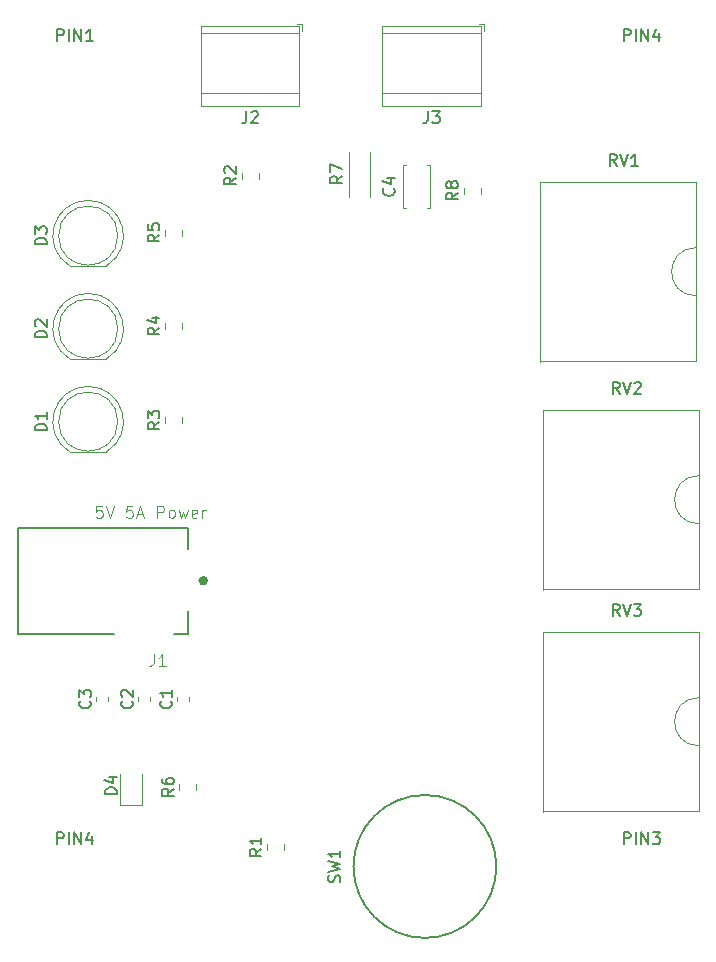
<source format=gbr>
G04 #@! TF.GenerationSoftware,KiCad,Pcbnew,(5.1.5)-3*
G04 #@! TF.CreationDate,2020-02-29T11:13:48-05:00*
G04 #@! TF.ProjectId,LED Control,4c454420-436f-46e7-9472-6f6c2e6b6963,rev?*
G04 #@! TF.SameCoordinates,Original*
G04 #@! TF.FileFunction,Legend,Top*
G04 #@! TF.FilePolarity,Positive*
%FSLAX46Y46*%
G04 Gerber Fmt 4.6, Leading zero omitted, Abs format (unit mm)*
G04 Created by KiCad (PCBNEW (5.1.5)-3) date 2020-02-29 11:13:48*
%MOMM*%
%LPD*%
G04 APERTURE LIST*
%ADD10C,0.120000*%
%ADD11C,0.127000*%
%ADD12C,0.400000*%
%ADD13C,0.200000*%
%ADD14C,0.150000*%
%ADD15C,0.050000*%
G04 APERTURE END LIST*
D10*
X145624000Y-60779000D02*
X145224000Y-60779000D01*
X145624000Y-61419000D02*
X145624000Y-60779000D01*
X137064000Y-67759000D02*
X137064000Y-61019000D01*
X145384000Y-67759000D02*
X145384000Y-61019000D01*
X145384000Y-61019000D02*
X137064000Y-61019000D01*
X145384000Y-67759000D02*
X137064000Y-67759000D01*
X145384000Y-66639000D02*
X137064000Y-66639000D01*
X145384000Y-61539000D02*
X137064000Y-61539000D01*
X130257000Y-60779000D02*
X129857000Y-60779000D01*
X130257000Y-61419000D02*
X130257000Y-60779000D01*
X121697000Y-67759000D02*
X121697000Y-61019000D01*
X130017000Y-67759000D02*
X130017000Y-61019000D01*
X130017000Y-61019000D02*
X121697000Y-61019000D01*
X130017000Y-67759000D02*
X121697000Y-67759000D01*
X130017000Y-66639000D02*
X121697000Y-66639000D01*
X130017000Y-61539000D02*
X121697000Y-61539000D01*
X136048000Y-75453000D02*
X136048000Y-71613000D01*
X134208000Y-75453000D02*
X134208000Y-71613000D01*
X120715500Y-118145779D02*
X120715500Y-117820221D01*
X119695500Y-118145779D02*
X119695500Y-117820221D01*
X117413500Y-118145779D02*
X117413500Y-117820221D01*
X116393500Y-118145779D02*
X116393500Y-117820221D01*
X112837500Y-118145779D02*
X112837500Y-117820221D01*
X113857500Y-118145779D02*
X113857500Y-117820221D01*
X138770500Y-76389000D02*
X138770500Y-72749000D01*
X141110500Y-76389000D02*
X141110500Y-72749000D01*
X138770500Y-76389000D02*
X139015500Y-76389000D01*
X140865500Y-76389000D02*
X141110500Y-76389000D01*
X138770500Y-72749000D02*
X139015500Y-72749000D01*
X140865500Y-72749000D02*
X141110500Y-72749000D01*
X112141462Y-91498000D02*
G75*
G03X110596170Y-97048000I-462J-2990000D01*
G01*
X112140538Y-91498000D02*
G75*
G02X113685830Y-97048000I462J-2990000D01*
G01*
X114641000Y-94488000D02*
G75*
G03X114641000Y-94488000I-2500000J0D01*
G01*
X110596000Y-97048000D02*
X113686000Y-97048000D01*
X110596000Y-89174000D02*
X113686000Y-89174000D01*
X114641000Y-86614000D02*
G75*
G03X114641000Y-86614000I-2500000J0D01*
G01*
X112140538Y-83624000D02*
G75*
G02X113685830Y-89174000I462J-2990000D01*
G01*
X112141462Y-83624000D02*
G75*
G03X110596170Y-89174000I-462J-2990000D01*
G01*
X112141462Y-75750000D02*
G75*
G03X110596170Y-81300000I-462J-2990000D01*
G01*
X112140538Y-75750000D02*
G75*
G02X113685830Y-81300000I462J-2990000D01*
G01*
X114641000Y-78740000D02*
G75*
G03X114641000Y-78740000I-2500000J0D01*
G01*
X110596000Y-81300000D02*
X113686000Y-81300000D01*
X114800500Y-124285500D02*
X114800500Y-126970500D01*
X114800500Y-126970500D02*
X116720500Y-126970500D01*
X116720500Y-126970500D02*
X116720500Y-124285500D01*
D11*
X106188000Y-112450000D02*
X106188000Y-103450000D01*
X106188000Y-103450000D02*
X120588000Y-103450000D01*
X120588000Y-112450000D02*
X119438000Y-112450000D01*
X120588000Y-103450000D02*
X120588000Y-105300000D01*
X114338000Y-112450000D02*
X106188000Y-112450000D01*
X120588000Y-110500000D02*
X120588000Y-112450000D01*
D12*
X122088000Y-107950000D02*
G75*
G03X122088000Y-107950000I-200000J0D01*
G01*
D10*
X127306000Y-130751078D02*
X127306000Y-130233922D01*
X128726000Y-130751078D02*
X128726000Y-130233922D01*
X126567000Y-73918578D02*
X126567000Y-73401422D01*
X125147000Y-73918578D02*
X125147000Y-73401422D01*
X120090000Y-94619578D02*
X120090000Y-94102422D01*
X118670000Y-94619578D02*
X118670000Y-94102422D01*
X120090000Y-86618578D02*
X120090000Y-86101422D01*
X118670000Y-86618578D02*
X118670000Y-86101422D01*
X118670000Y-78744578D02*
X118670000Y-78227422D01*
X120090000Y-78744578D02*
X120090000Y-78227422D01*
X119876500Y-125671078D02*
X119876500Y-125153922D01*
X121296500Y-125671078D02*
X121296500Y-125153922D01*
X145363000Y-75188578D02*
X145363000Y-74671422D01*
X143943000Y-75188578D02*
X143943000Y-74671422D01*
X163576000Y-83820000D02*
G75*
G02X163576000Y-79756000I0J2032000D01*
G01*
X163580000Y-74168000D02*
X163580000Y-89388000D01*
X157480000Y-89388000D02*
X163580000Y-89388000D01*
X157480000Y-74188000D02*
X163580000Y-74168000D01*
X150380000Y-74188000D02*
X150368000Y-89408000D01*
X157480000Y-89388000D02*
X150480000Y-89388000D01*
X157480000Y-74188000D02*
X150380000Y-74188000D01*
X157734000Y-93492000D02*
X150634000Y-93492000D01*
X157734000Y-108692000D02*
X150734000Y-108692000D01*
X150634000Y-93492000D02*
X150622000Y-108712000D01*
X157734000Y-93492000D02*
X163834000Y-93472000D01*
X157734000Y-108692000D02*
X163834000Y-108692000D01*
X163834000Y-93472000D02*
X163834000Y-108692000D01*
X163830000Y-103124000D02*
G75*
G02X163830000Y-99060000I0J2032000D01*
G01*
X157734000Y-112288000D02*
X150634000Y-112288000D01*
X157734000Y-127488000D02*
X150734000Y-127488000D01*
X150634000Y-112288000D02*
X150622000Y-127508000D01*
X157734000Y-112288000D02*
X163834000Y-112268000D01*
X157734000Y-127488000D02*
X163834000Y-127488000D01*
X163834000Y-112268000D02*
X163834000Y-127488000D01*
X163830000Y-121920000D02*
G75*
G02X163830000Y-117856000I0J2032000D01*
G01*
D13*
X146702500Y-132143500D02*
G75*
G03X146702500Y-132143500I-6050000J0D01*
G01*
D14*
X140890666Y-68211380D02*
X140890666Y-68925666D01*
X140843047Y-69068523D01*
X140747809Y-69163761D01*
X140604952Y-69211380D01*
X140509714Y-69211380D01*
X141271619Y-68211380D02*
X141890666Y-68211380D01*
X141557333Y-68592333D01*
X141700190Y-68592333D01*
X141795428Y-68639952D01*
X141843047Y-68687571D01*
X141890666Y-68782809D01*
X141890666Y-69020904D01*
X141843047Y-69116142D01*
X141795428Y-69163761D01*
X141700190Y-69211380D01*
X141414476Y-69211380D01*
X141319238Y-69163761D01*
X141271619Y-69116142D01*
X125523666Y-68211380D02*
X125523666Y-68925666D01*
X125476047Y-69068523D01*
X125380809Y-69163761D01*
X125237952Y-69211380D01*
X125142714Y-69211380D01*
X125952238Y-68306619D02*
X125999857Y-68259000D01*
X126095095Y-68211380D01*
X126333190Y-68211380D01*
X126428428Y-68259000D01*
X126476047Y-68306619D01*
X126523666Y-68401857D01*
X126523666Y-68497095D01*
X126476047Y-68639952D01*
X125904619Y-69211380D01*
X126523666Y-69211380D01*
X157500000Y-62252380D02*
X157500000Y-61252380D01*
X157880952Y-61252380D01*
X157976190Y-61300000D01*
X158023809Y-61347619D01*
X158071428Y-61442857D01*
X158071428Y-61585714D01*
X158023809Y-61680952D01*
X157976190Y-61728571D01*
X157880952Y-61776190D01*
X157500000Y-61776190D01*
X158500000Y-62252380D02*
X158500000Y-61252380D01*
X158976190Y-62252380D02*
X158976190Y-61252380D01*
X159547619Y-62252380D01*
X159547619Y-61252380D01*
X160452380Y-61585714D02*
X160452380Y-62252380D01*
X160214285Y-61204761D02*
X159976190Y-61919047D01*
X160595238Y-61919047D01*
X157500000Y-130252380D02*
X157500000Y-129252380D01*
X157880952Y-129252380D01*
X157976190Y-129300000D01*
X158023809Y-129347619D01*
X158071428Y-129442857D01*
X158071428Y-129585714D01*
X158023809Y-129680952D01*
X157976190Y-129728571D01*
X157880952Y-129776190D01*
X157500000Y-129776190D01*
X158500000Y-130252380D02*
X158500000Y-129252380D01*
X158976190Y-130252380D02*
X158976190Y-129252380D01*
X159547619Y-130252380D01*
X159547619Y-129252380D01*
X159928571Y-129252380D02*
X160547619Y-129252380D01*
X160214285Y-129633333D01*
X160357142Y-129633333D01*
X160452380Y-129680952D01*
X160500000Y-129728571D01*
X160547619Y-129823809D01*
X160547619Y-130061904D01*
X160500000Y-130157142D01*
X160452380Y-130204761D01*
X160357142Y-130252380D01*
X160071428Y-130252380D01*
X159976190Y-130204761D01*
X159928571Y-130157142D01*
X109500000Y-130252380D02*
X109500000Y-129252380D01*
X109880952Y-129252380D01*
X109976190Y-129300000D01*
X110023809Y-129347619D01*
X110071428Y-129442857D01*
X110071428Y-129585714D01*
X110023809Y-129680952D01*
X109976190Y-129728571D01*
X109880952Y-129776190D01*
X109500000Y-129776190D01*
X110500000Y-130252380D02*
X110500000Y-129252380D01*
X110976190Y-130252380D02*
X110976190Y-129252380D01*
X111547619Y-130252380D01*
X111547619Y-129252380D01*
X112452380Y-129585714D02*
X112452380Y-130252380D01*
X112214285Y-129204761D02*
X111976190Y-129919047D01*
X112595238Y-129919047D01*
X109500000Y-62252380D02*
X109500000Y-61252380D01*
X109880952Y-61252380D01*
X109976190Y-61300000D01*
X110023809Y-61347619D01*
X110071428Y-61442857D01*
X110071428Y-61585714D01*
X110023809Y-61680952D01*
X109976190Y-61728571D01*
X109880952Y-61776190D01*
X109500000Y-61776190D01*
X110500000Y-62252380D02*
X110500000Y-61252380D01*
X110976190Y-62252380D02*
X110976190Y-61252380D01*
X111547619Y-62252380D01*
X111547619Y-61252380D01*
X112547619Y-62252380D02*
X111976190Y-62252380D01*
X112261904Y-62252380D02*
X112261904Y-61252380D01*
X112166666Y-61395238D01*
X112071428Y-61490476D01*
X111976190Y-61538095D01*
X133660380Y-73699666D02*
X133184190Y-74033000D01*
X133660380Y-74271095D02*
X132660380Y-74271095D01*
X132660380Y-73890142D01*
X132708000Y-73794904D01*
X132755619Y-73747285D01*
X132850857Y-73699666D01*
X132993714Y-73699666D01*
X133088952Y-73747285D01*
X133136571Y-73794904D01*
X133184190Y-73890142D01*
X133184190Y-74271095D01*
X132660380Y-73366333D02*
X132660380Y-72699666D01*
X133660380Y-73128238D01*
X119132642Y-118149666D02*
X119180261Y-118197285D01*
X119227880Y-118340142D01*
X119227880Y-118435380D01*
X119180261Y-118578238D01*
X119085023Y-118673476D01*
X118989785Y-118721095D01*
X118799309Y-118768714D01*
X118656452Y-118768714D01*
X118465976Y-118721095D01*
X118370738Y-118673476D01*
X118275500Y-118578238D01*
X118227880Y-118435380D01*
X118227880Y-118340142D01*
X118275500Y-118197285D01*
X118323119Y-118149666D01*
X119227880Y-117197285D02*
X119227880Y-117768714D01*
X119227880Y-117483000D02*
X118227880Y-117483000D01*
X118370738Y-117578238D01*
X118465976Y-117673476D01*
X118513595Y-117768714D01*
X115830642Y-118149666D02*
X115878261Y-118197285D01*
X115925880Y-118340142D01*
X115925880Y-118435380D01*
X115878261Y-118578238D01*
X115783023Y-118673476D01*
X115687785Y-118721095D01*
X115497309Y-118768714D01*
X115354452Y-118768714D01*
X115163976Y-118721095D01*
X115068738Y-118673476D01*
X114973500Y-118578238D01*
X114925880Y-118435380D01*
X114925880Y-118340142D01*
X114973500Y-118197285D01*
X115021119Y-118149666D01*
X115021119Y-117768714D02*
X114973500Y-117721095D01*
X114925880Y-117625857D01*
X114925880Y-117387761D01*
X114973500Y-117292523D01*
X115021119Y-117244904D01*
X115116357Y-117197285D01*
X115211595Y-117197285D01*
X115354452Y-117244904D01*
X115925880Y-117816333D01*
X115925880Y-117197285D01*
X112274642Y-118149666D02*
X112322261Y-118197285D01*
X112369880Y-118340142D01*
X112369880Y-118435380D01*
X112322261Y-118578238D01*
X112227023Y-118673476D01*
X112131785Y-118721095D01*
X111941309Y-118768714D01*
X111798452Y-118768714D01*
X111607976Y-118721095D01*
X111512738Y-118673476D01*
X111417500Y-118578238D01*
X111369880Y-118435380D01*
X111369880Y-118340142D01*
X111417500Y-118197285D01*
X111465119Y-118149666D01*
X111369880Y-117816333D02*
X111369880Y-117197285D01*
X111750833Y-117530619D01*
X111750833Y-117387761D01*
X111798452Y-117292523D01*
X111846071Y-117244904D01*
X111941309Y-117197285D01*
X112179404Y-117197285D01*
X112274642Y-117244904D01*
X112322261Y-117292523D01*
X112369880Y-117387761D01*
X112369880Y-117673476D01*
X112322261Y-117768714D01*
X112274642Y-117816333D01*
X137997642Y-74735666D02*
X138045261Y-74783285D01*
X138092880Y-74926142D01*
X138092880Y-75021380D01*
X138045261Y-75164238D01*
X137950023Y-75259476D01*
X137854785Y-75307095D01*
X137664309Y-75354714D01*
X137521452Y-75354714D01*
X137330976Y-75307095D01*
X137235738Y-75259476D01*
X137140500Y-75164238D01*
X137092880Y-75021380D01*
X137092880Y-74926142D01*
X137140500Y-74783285D01*
X137188119Y-74735666D01*
X137426214Y-73878523D02*
X138092880Y-73878523D01*
X137045261Y-74116619D02*
X137759547Y-74354714D01*
X137759547Y-73735666D01*
X108633380Y-95226095D02*
X107633380Y-95226095D01*
X107633380Y-94988000D01*
X107681000Y-94845142D01*
X107776238Y-94749904D01*
X107871476Y-94702285D01*
X108061952Y-94654666D01*
X108204809Y-94654666D01*
X108395285Y-94702285D01*
X108490523Y-94749904D01*
X108585761Y-94845142D01*
X108633380Y-94988000D01*
X108633380Y-95226095D01*
X108633380Y-93702285D02*
X108633380Y-94273714D01*
X108633380Y-93988000D02*
X107633380Y-93988000D01*
X107776238Y-94083238D01*
X107871476Y-94178476D01*
X107919095Y-94273714D01*
X108633380Y-87352095D02*
X107633380Y-87352095D01*
X107633380Y-87114000D01*
X107681000Y-86971142D01*
X107776238Y-86875904D01*
X107871476Y-86828285D01*
X108061952Y-86780666D01*
X108204809Y-86780666D01*
X108395285Y-86828285D01*
X108490523Y-86875904D01*
X108585761Y-86971142D01*
X108633380Y-87114000D01*
X108633380Y-87352095D01*
X107728619Y-86399714D02*
X107681000Y-86352095D01*
X107633380Y-86256857D01*
X107633380Y-86018761D01*
X107681000Y-85923523D01*
X107728619Y-85875904D01*
X107823857Y-85828285D01*
X107919095Y-85828285D01*
X108061952Y-85875904D01*
X108633380Y-86447333D01*
X108633380Y-85828285D01*
X108633380Y-79478095D02*
X107633380Y-79478095D01*
X107633380Y-79240000D01*
X107681000Y-79097142D01*
X107776238Y-79001904D01*
X107871476Y-78954285D01*
X108061952Y-78906666D01*
X108204809Y-78906666D01*
X108395285Y-78954285D01*
X108490523Y-79001904D01*
X108585761Y-79097142D01*
X108633380Y-79240000D01*
X108633380Y-79478095D01*
X107633380Y-78573333D02*
X107633380Y-77954285D01*
X108014333Y-78287619D01*
X108014333Y-78144761D01*
X108061952Y-78049523D01*
X108109571Y-78001904D01*
X108204809Y-77954285D01*
X108442904Y-77954285D01*
X108538142Y-78001904D01*
X108585761Y-78049523D01*
X108633380Y-78144761D01*
X108633380Y-78430476D01*
X108585761Y-78525714D01*
X108538142Y-78573333D01*
X114562880Y-126023595D02*
X113562880Y-126023595D01*
X113562880Y-125785500D01*
X113610500Y-125642642D01*
X113705738Y-125547404D01*
X113800976Y-125499785D01*
X113991452Y-125452166D01*
X114134309Y-125452166D01*
X114324785Y-125499785D01*
X114420023Y-125547404D01*
X114515261Y-125642642D01*
X114562880Y-125785500D01*
X114562880Y-126023595D01*
X113896214Y-124595023D02*
X114562880Y-124595023D01*
X113515261Y-124833119D02*
X114229547Y-125071214D01*
X114229547Y-124452166D01*
D15*
X117704560Y-114167673D02*
X117704560Y-114881995D01*
X117656938Y-115024859D01*
X117561695Y-115120102D01*
X117418831Y-115167723D01*
X117323588Y-115167723D01*
X118704610Y-115167723D02*
X118133152Y-115167723D01*
X118418881Y-115167723D02*
X118418881Y-114167673D01*
X118323638Y-114310537D01*
X118228395Y-114405780D01*
X118133152Y-114453402D01*
X113322917Y-101618998D02*
X112846098Y-101618998D01*
X112798416Y-102095817D01*
X112846098Y-102048135D01*
X112941461Y-102000453D01*
X113179871Y-102000453D01*
X113275235Y-102048135D01*
X113322917Y-102095817D01*
X113370599Y-102191180D01*
X113370599Y-102429590D01*
X113322917Y-102524954D01*
X113275235Y-102572636D01*
X113179871Y-102620318D01*
X112941461Y-102620318D01*
X112846098Y-102572636D01*
X112798416Y-102524954D01*
X113656690Y-101618998D02*
X113990463Y-102620318D01*
X114324237Y-101618998D01*
X115897740Y-101618998D02*
X115420920Y-101618998D01*
X115373239Y-102095817D01*
X115420920Y-102048135D01*
X115516284Y-102000453D01*
X115754694Y-102000453D01*
X115850058Y-102048135D01*
X115897740Y-102095817D01*
X115945421Y-102191180D01*
X115945421Y-102429590D01*
X115897740Y-102524954D01*
X115850058Y-102572636D01*
X115754694Y-102620318D01*
X115516284Y-102620318D01*
X115420920Y-102572636D01*
X115373239Y-102524954D01*
X116326877Y-102334226D02*
X116803696Y-102334226D01*
X116231513Y-102620318D02*
X116565286Y-101618998D01*
X116899060Y-102620318D01*
X117995743Y-102620318D02*
X117995743Y-101618998D01*
X118377199Y-101618998D01*
X118472562Y-101666680D01*
X118520244Y-101714361D01*
X118567926Y-101809725D01*
X118567926Y-101952771D01*
X118520244Y-102048135D01*
X118472562Y-102095817D01*
X118377199Y-102143499D01*
X117995743Y-102143499D01*
X119140109Y-102620318D02*
X119044745Y-102572636D01*
X118997063Y-102524954D01*
X118949381Y-102429590D01*
X118949381Y-102143499D01*
X118997063Y-102048135D01*
X119044745Y-102000453D01*
X119140109Y-101952771D01*
X119283155Y-101952771D01*
X119378519Y-102000453D01*
X119426200Y-102048135D01*
X119473882Y-102143499D01*
X119473882Y-102429590D01*
X119426200Y-102524954D01*
X119378519Y-102572636D01*
X119283155Y-102620318D01*
X119140109Y-102620318D01*
X119807656Y-101952771D02*
X119998383Y-102620318D01*
X120189111Y-102143499D01*
X120379839Y-102620318D01*
X120570566Y-101952771D01*
X121333477Y-102572636D02*
X121238113Y-102620318D01*
X121047385Y-102620318D01*
X120952021Y-102572636D01*
X120904340Y-102477272D01*
X120904340Y-102095817D01*
X120952021Y-102000453D01*
X121047385Y-101952771D01*
X121238113Y-101952771D01*
X121333477Y-102000453D01*
X121381159Y-102095817D01*
X121381159Y-102191180D01*
X120904340Y-102286544D01*
X121810296Y-102620318D02*
X121810296Y-101952771D01*
X121810296Y-102143499D02*
X121857978Y-102048135D01*
X121905660Y-102000453D01*
X122001023Y-101952771D01*
X122096387Y-101952771D01*
D14*
X126818380Y-130659166D02*
X126342190Y-130992500D01*
X126818380Y-131230595D02*
X125818380Y-131230595D01*
X125818380Y-130849642D01*
X125866000Y-130754404D01*
X125913619Y-130706785D01*
X126008857Y-130659166D01*
X126151714Y-130659166D01*
X126246952Y-130706785D01*
X126294571Y-130754404D01*
X126342190Y-130849642D01*
X126342190Y-131230595D01*
X126818380Y-129706785D02*
X126818380Y-130278214D01*
X126818380Y-129992500D02*
X125818380Y-129992500D01*
X125961238Y-130087738D01*
X126056476Y-130182976D01*
X126104095Y-130278214D01*
X124659380Y-73826666D02*
X124183190Y-74160000D01*
X124659380Y-74398095D02*
X123659380Y-74398095D01*
X123659380Y-74017142D01*
X123707000Y-73921904D01*
X123754619Y-73874285D01*
X123849857Y-73826666D01*
X123992714Y-73826666D01*
X124087952Y-73874285D01*
X124135571Y-73921904D01*
X124183190Y-74017142D01*
X124183190Y-74398095D01*
X123754619Y-73445714D02*
X123707000Y-73398095D01*
X123659380Y-73302857D01*
X123659380Y-73064761D01*
X123707000Y-72969523D01*
X123754619Y-72921904D01*
X123849857Y-72874285D01*
X123945095Y-72874285D01*
X124087952Y-72921904D01*
X124659380Y-73493333D01*
X124659380Y-72874285D01*
X118182380Y-94527666D02*
X117706190Y-94861000D01*
X118182380Y-95099095D02*
X117182380Y-95099095D01*
X117182380Y-94718142D01*
X117230000Y-94622904D01*
X117277619Y-94575285D01*
X117372857Y-94527666D01*
X117515714Y-94527666D01*
X117610952Y-94575285D01*
X117658571Y-94622904D01*
X117706190Y-94718142D01*
X117706190Y-95099095D01*
X117182380Y-94194333D02*
X117182380Y-93575285D01*
X117563333Y-93908619D01*
X117563333Y-93765761D01*
X117610952Y-93670523D01*
X117658571Y-93622904D01*
X117753809Y-93575285D01*
X117991904Y-93575285D01*
X118087142Y-93622904D01*
X118134761Y-93670523D01*
X118182380Y-93765761D01*
X118182380Y-94051476D01*
X118134761Y-94146714D01*
X118087142Y-94194333D01*
X118182380Y-86526666D02*
X117706190Y-86860000D01*
X118182380Y-87098095D02*
X117182380Y-87098095D01*
X117182380Y-86717142D01*
X117230000Y-86621904D01*
X117277619Y-86574285D01*
X117372857Y-86526666D01*
X117515714Y-86526666D01*
X117610952Y-86574285D01*
X117658571Y-86621904D01*
X117706190Y-86717142D01*
X117706190Y-87098095D01*
X117515714Y-85669523D02*
X118182380Y-85669523D01*
X117134761Y-85907619D02*
X117849047Y-86145714D01*
X117849047Y-85526666D01*
X118182380Y-78652666D02*
X117706190Y-78986000D01*
X118182380Y-79224095D02*
X117182380Y-79224095D01*
X117182380Y-78843142D01*
X117230000Y-78747904D01*
X117277619Y-78700285D01*
X117372857Y-78652666D01*
X117515714Y-78652666D01*
X117610952Y-78700285D01*
X117658571Y-78747904D01*
X117706190Y-78843142D01*
X117706190Y-79224095D01*
X117182380Y-77747904D02*
X117182380Y-78224095D01*
X117658571Y-78271714D01*
X117610952Y-78224095D01*
X117563333Y-78128857D01*
X117563333Y-77890761D01*
X117610952Y-77795523D01*
X117658571Y-77747904D01*
X117753809Y-77700285D01*
X117991904Y-77700285D01*
X118087142Y-77747904D01*
X118134761Y-77795523D01*
X118182380Y-77890761D01*
X118182380Y-78128857D01*
X118134761Y-78224095D01*
X118087142Y-78271714D01*
X119388880Y-125579166D02*
X118912690Y-125912500D01*
X119388880Y-126150595D02*
X118388880Y-126150595D01*
X118388880Y-125769642D01*
X118436500Y-125674404D01*
X118484119Y-125626785D01*
X118579357Y-125579166D01*
X118722214Y-125579166D01*
X118817452Y-125626785D01*
X118865071Y-125674404D01*
X118912690Y-125769642D01*
X118912690Y-126150595D01*
X118388880Y-124722023D02*
X118388880Y-124912500D01*
X118436500Y-125007738D01*
X118484119Y-125055357D01*
X118626976Y-125150595D01*
X118817452Y-125198214D01*
X119198404Y-125198214D01*
X119293642Y-125150595D01*
X119341261Y-125102976D01*
X119388880Y-125007738D01*
X119388880Y-124817261D01*
X119341261Y-124722023D01*
X119293642Y-124674404D01*
X119198404Y-124626785D01*
X118960309Y-124626785D01*
X118865071Y-124674404D01*
X118817452Y-124722023D01*
X118769833Y-124817261D01*
X118769833Y-125007738D01*
X118817452Y-125102976D01*
X118865071Y-125150595D01*
X118960309Y-125198214D01*
X143455380Y-75096666D02*
X142979190Y-75430000D01*
X143455380Y-75668095D02*
X142455380Y-75668095D01*
X142455380Y-75287142D01*
X142503000Y-75191904D01*
X142550619Y-75144285D01*
X142645857Y-75096666D01*
X142788714Y-75096666D01*
X142883952Y-75144285D01*
X142931571Y-75191904D01*
X142979190Y-75287142D01*
X142979190Y-75668095D01*
X142883952Y-74525238D02*
X142836333Y-74620476D01*
X142788714Y-74668095D01*
X142693476Y-74715714D01*
X142645857Y-74715714D01*
X142550619Y-74668095D01*
X142503000Y-74620476D01*
X142455380Y-74525238D01*
X142455380Y-74334761D01*
X142503000Y-74239523D01*
X142550619Y-74191904D01*
X142645857Y-74144285D01*
X142693476Y-74144285D01*
X142788714Y-74191904D01*
X142836333Y-74239523D01*
X142883952Y-74334761D01*
X142883952Y-74525238D01*
X142931571Y-74620476D01*
X142979190Y-74668095D01*
X143074428Y-74715714D01*
X143264904Y-74715714D01*
X143360142Y-74668095D01*
X143407761Y-74620476D01*
X143455380Y-74525238D01*
X143455380Y-74334761D01*
X143407761Y-74239523D01*
X143360142Y-74191904D01*
X143264904Y-74144285D01*
X143074428Y-74144285D01*
X142979190Y-74191904D01*
X142931571Y-74239523D01*
X142883952Y-74334761D01*
X156884761Y-72834380D02*
X156551428Y-72358190D01*
X156313333Y-72834380D02*
X156313333Y-71834380D01*
X156694285Y-71834380D01*
X156789523Y-71882000D01*
X156837142Y-71929619D01*
X156884761Y-72024857D01*
X156884761Y-72167714D01*
X156837142Y-72262952D01*
X156789523Y-72310571D01*
X156694285Y-72358190D01*
X156313333Y-72358190D01*
X157170476Y-71834380D02*
X157503809Y-72834380D01*
X157837142Y-71834380D01*
X158694285Y-72834380D02*
X158122857Y-72834380D01*
X158408571Y-72834380D02*
X158408571Y-71834380D01*
X158313333Y-71977238D01*
X158218095Y-72072476D01*
X158122857Y-72120095D01*
X157138761Y-92138380D02*
X156805428Y-91662190D01*
X156567333Y-92138380D02*
X156567333Y-91138380D01*
X156948285Y-91138380D01*
X157043523Y-91186000D01*
X157091142Y-91233619D01*
X157138761Y-91328857D01*
X157138761Y-91471714D01*
X157091142Y-91566952D01*
X157043523Y-91614571D01*
X156948285Y-91662190D01*
X156567333Y-91662190D01*
X157424476Y-91138380D02*
X157757809Y-92138380D01*
X158091142Y-91138380D01*
X158376857Y-91233619D02*
X158424476Y-91186000D01*
X158519714Y-91138380D01*
X158757809Y-91138380D01*
X158853047Y-91186000D01*
X158900666Y-91233619D01*
X158948285Y-91328857D01*
X158948285Y-91424095D01*
X158900666Y-91566952D01*
X158329238Y-92138380D01*
X158948285Y-92138380D01*
X157138761Y-110934380D02*
X156805428Y-110458190D01*
X156567333Y-110934380D02*
X156567333Y-109934380D01*
X156948285Y-109934380D01*
X157043523Y-109982000D01*
X157091142Y-110029619D01*
X157138761Y-110124857D01*
X157138761Y-110267714D01*
X157091142Y-110362952D01*
X157043523Y-110410571D01*
X156948285Y-110458190D01*
X156567333Y-110458190D01*
X157424476Y-109934380D02*
X157757809Y-110934380D01*
X158091142Y-109934380D01*
X158329238Y-109934380D02*
X158948285Y-109934380D01*
X158614952Y-110315333D01*
X158757809Y-110315333D01*
X158853047Y-110362952D01*
X158900666Y-110410571D01*
X158948285Y-110505809D01*
X158948285Y-110743904D01*
X158900666Y-110839142D01*
X158853047Y-110886761D01*
X158757809Y-110934380D01*
X158472095Y-110934380D01*
X158376857Y-110886761D01*
X158329238Y-110839142D01*
X133437261Y-133476833D02*
X133484880Y-133333976D01*
X133484880Y-133095880D01*
X133437261Y-133000642D01*
X133389642Y-132953023D01*
X133294404Y-132905404D01*
X133199166Y-132905404D01*
X133103928Y-132953023D01*
X133056309Y-133000642D01*
X133008690Y-133095880D01*
X132961071Y-133286357D01*
X132913452Y-133381595D01*
X132865833Y-133429214D01*
X132770595Y-133476833D01*
X132675357Y-133476833D01*
X132580119Y-133429214D01*
X132532500Y-133381595D01*
X132484880Y-133286357D01*
X132484880Y-133048261D01*
X132532500Y-132905404D01*
X132484880Y-132572071D02*
X133484880Y-132333976D01*
X132770595Y-132143500D01*
X133484880Y-131953023D01*
X132484880Y-131714928D01*
X133484880Y-130810166D02*
X133484880Y-131381595D01*
X133484880Y-131095880D02*
X132484880Y-131095880D01*
X132627738Y-131191119D01*
X132722976Y-131286357D01*
X132770595Y-131381595D01*
M02*

</source>
